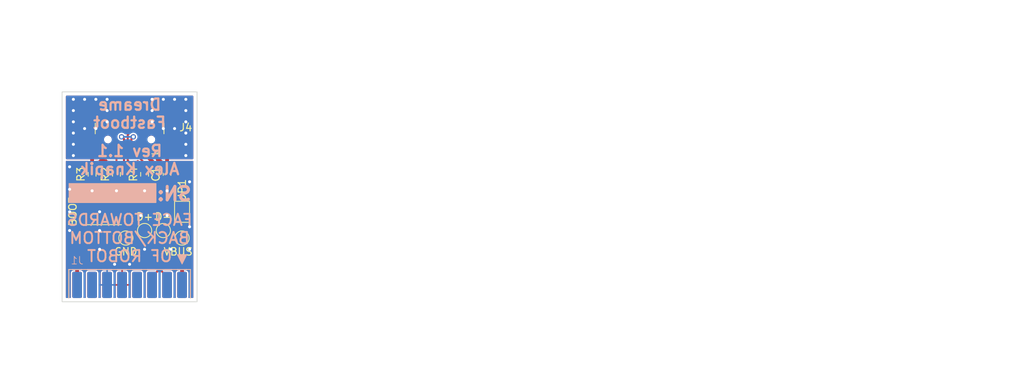
<source format=kicad_pcb>
(kicad_pcb (version 20241229) (generator "pcbnew") (generator_version "9.0")
  (title_block (title "Dreame Breakout Board") (date "2025-12-11") (rev "1.1") (company "Alex Knapik"))
  (layers (0 "F.Cu" signal) (2 "B.Cu" signal) (13 "F.Paste" user) (15 "B.Paste" user) (5 "F.SilkS" user "F.Silkscreen") (7 "B.SilkS" user "B.Silkscreen") (1 "F.Mask" user) (3 "B.Mask" user) (25 "Edge.Cuts" user))
  (net 0 "")
  (net 1 "/Shield")
  (net 2 "VBUS")
  (net 3 "GND")
  (net 4 "/MCU_RX")
  (net 5 "/MCU_SWCLK")
  (net 6 "/MCU_Vref")
  (net 7 "/MCU_NC1")
  (net 8 "/MCU_TX")
  (net 9 "/D+")
  (net 10 "/D-")
  (net 11 "/SoC_USB_OTG_ID")
  (net 12 "/MCU_NC2")
  (net 13 "/MCU_SWDIO")
  (net 14 "Net-(J4-CC1)")
  (net 15 "Net-(J4-CC2)")
  (net 16 "Net-(JP1-A)")
  (net 17 "/SoC_TX")
  (net 18 "/SoC_RX")
  (net 19 "/Boot_SEL")
  (footprint "Resistor_SMD:R_0603_1608Metric_Pad0.98x0.95mm_HandSolder" (layer "F.Cu") (at 147.592857 95.971 -90)
    (property "Reference" "R4" (at 0 1.5 270) (layer "F.SilkS"))
    (property "Value" "5k1")
    (fp_line (start -0.254724 0.5225) (end 0.254724 0.5225) (stroke (width 0.12)) (layer "F.SilkS"))
    (fp_line (start -0.254724 -0.5225) (end 0.254724 -0.5225) (stroke (width 0.12)) (layer "F.SilkS"))
    (pad "1" smd roundrect (at -0.9125 0 270) (size 0.975 0.95) (layers "F.Cu" "F.Mask" "F.Paste") (net 14 "Net-(J4-CC1)"))
    (pad "2" smd roundrect (at 0.9125 0 270) (size 0.975 0.95) (layers "F.Cu" "F.Mask" "F.Paste") (net 3 "GND"))
  )
  (footprint "Capacitor_SMD:C_0603_1608Metric_Pad1.08x0.95mm_HandSolder" (layer "F.Cu") (at 150.592857 95.971 -90)
    (property "Reference" "C1" (at 0 1.5 270) (layer "F.SilkS"))
    (property "Value" "100n")
    (fp_line (start -0.146267 0.51) (end 0.146267 0.51) (stroke (width 0.12)) (layer "F.SilkS"))
    (fp_line (start -0.146267 -0.51) (end 0.146267 -0.51) (stroke (width 0.12)) (layer "F.SilkS"))
    (pad "1" smd roundrect (at -0.8625 0 270) (size 1.075 0.95) (layers "F.Cu" "F.Mask" "F.Paste") (net 1 "/Shield"))
    (pad "2" smd roundrect (at 0.8625 0 270) (size 1.075 0.95) (layers "F.Cu" "F.Mask" "F.Paste") (net 3 "GND"))
  )
  (footprint "TestPoint:TestPoint_Pad_D1.5mm" (layer "F.Cu") (at 145.092857 104.471)
    (property "Reference" "TP4" (hide yes))
    (property "Value" "TestPoint")
    (fp_circle (center 0 0) (end 0 0.95) (stroke (width 0.12)) (fill no) (layer "F.SilkS"))
    (pad "1" smd circle (at 0 0) (size 1.5 1.5) (layers "F.Cu" "F.Mask") (net 3 "GND"))
  )
  (footprint "Jumper:SolderJumper-2_P1.3mm_Open_TrianglePad1.0x1.5mm" (layer "F.Cu") (at 152.592857 100.971 -90)
    (property "Reference" "JP1" (at -3 0 270) (layer "F.SilkS"))
    (property "Value" "Jumper_2_Open")
    (fp_line (start -1.4 1) (end -1.4 -1) (stroke (width 0.12)) (layer "F.SilkS"))
    (fp_line (start 1.4 1) (end -1.4 1) (stroke (width 0.12)) (layer "F.SilkS"))
    (fp_line (start -1.4 -1) (end 1.4 -1) (stroke (width 0.12)) (layer "F.SilkS"))
    (fp_line (start 1.4 -1) (end 1.4 1) (stroke (width 0.12)) (layer "F.SilkS"))
    (pad "1" smd custom (at -0.725 0 270) (size 0.3 0.3) (layers "F.Cu" "F.Mask") (net 16 "Net-(JP1-A)") (options (clearance outline) (anchor rect)) (primitives (gr_poly (pts (xy 1 0) (xy 0.5 0.75) (xy -0.5 0.75) (xy -0.5 -0.75) (xy 0.5 -0.75)) (width 0) (fill yes))))
    (pad "2" smd custom (at 0.725 0 270) (size 0.3 0.3) (layers "F.Cu" "F.Mask") (net 2 "VBUS") (options (clearance outline) (anchor rect)) (primitives (gr_poly (pts (xy 0.5 0.75) (xy -0.65 0.75) (xy -0.15 0) (xy -0.65 -0.75) (xy 0.5 -0.75)) (width 0) (fill yes))))
  )
  (footprint "Fiducial:Fiducial_1mm_Mask2mm" (layer "F.Cu") (at 138.392857 105.471)
    (property "Reference" "FID4" (hide yes))
    (property "Value" "Fiducial")
    (pad "" smd circle (at 0 0) (size 1 1) (layers "F.Cu" "F.Mask") (clearance 0.6))
  )
  (footprint "Resistor_SMD:R_0603_1608Metric_Pad0.98x0.95mm_HandSolder" (layer "F.Cu") (at 140.592857 95.971 -90)
    (property "Reference" "R3" (at 0 1.5 270) (layer "F.SilkS"))
    (property "Value" "100k")
    (fp_line (start -0.254724 0.5225) (end 0.254724 0.5225) (stroke (width 0.12)) (layer "F.SilkS"))
    (fp_line (start -0.254724 -0.5225) (end 0.254724 -0.5225) (stroke (width 0.12)) (layer "F.SilkS"))
    (pad "1" smd roundrect (at -0.9125 0 270) (size 0.975 0.95) (layers "F.Cu" "F.Mask" "F.Paste") (net 1 "/Shield"))
    (pad "2" smd roundrect (at 0.9125 0 270) (size 0.975 0.95) (layers "F.Cu" "F.Mask" "F.Paste") (net 3 "GND"))
  )
  (footprint "Connector_USB:USB_C_Receptacle_GCT_USB4110" (layer "F.Cu") (at 145.592857 88.721 180)
    (property "Reference" "J4" (at -7.5 -1 0) (layer "F.SilkS"))
    (property "Value" "USB_C_Receptacle_USB2.0_14P")
    (fp_line (start 4.58 -0.435) (end 4.58 -1.845) (stroke (width 0.12)) (layer "F.SilkS"))
    (fp_line (start -2.96 -4.515) (end -3.76 -4.515) (stroke (width 0.12)) (layer "F.SilkS"))
    (fp_line (start -3.76 -4.515) (end -3.76 -4.365) (stroke (width 0.12)) (layer "F.SilkS"))
    (fp_line (start -4.58 -0.435) (end -4.58 -1.845) (stroke (width 0.12)) (layer "F.SilkS"))
    (pad "" np_thru_hole circle (at -2.89 -2.605 180) (size 0.65 0.65) (drill 0.65) (layers "*.Cu" "*.Mask"))
    (pad "" np_thru_hole circle (at 2.89 -2.605 180) (size 0.65 0.65) (drill 0.65) (layers "*.Cu" "*.Mask"))
    (pad "A1" smd roundrect (at -3.2 -3.68 180) (size 0.6 1.15) (layers "F.Cu" "F.Mask" "F.Paste") (net 3 "GND"))
    (pad "A4" smd roundrect (at -2.4 -3.68 180) (size 0.6 1.15) (layers "F.Cu" "F.Mask" "F.Paste") (net 16 "Net-(JP1-A)"))
    (pad "A5" smd roundrect (at -1.25 -3.68 180) (size 0.3 1.15) (layers "F.Cu" "F.Mask" "F.Paste") (net 14 "Net-(J4-CC1)"))
    (pad "A6" smd roundrect (at -0.25 -3.68 180) (size 0.3 1.15) (layers "F.Cu" "F.Mask" "F.Paste") (net 9 "/D+"))
    (pad "A7" smd roundrect (at 0.25 -3.68 180) (size 0.3 1.15) (layers "F.Cu" "F.Mask" "F.Paste") (net 10 "/D-"))
    (pad "A8" smd roundrect (at 1.25 -3.68 180) (size 0.3 1.15) (layers "F.Cu" "F.Mask" "F.Paste"))
    (pad "A9" smd roundrect (at 2.4 -3.68 180) (size 0.6 1.15) (layers "F.Cu" "F.Mask" "F.Paste") (net 16 "Net-(JP1-A)"))
    (pad "A12" smd roundrect (at 3.2 -3.68 180) (size 0.6 1.15) (layers "F.Cu" "F.Mask" "F.Paste") (net 3 "GND"))
    (pad "B1" smd roundrect (at 3.2 -3.68 180) (size 0.6 1.15) (layers "F.Cu" "F.Mask" "F.Paste") (net 3 "GND"))
    (pad "B4" smd roundrect (at 2.4 -3.68 180) (size 0.6 1.15) (layers "F.Cu" "F.Mask" "F.Paste") (net 16 "Net-(JP1-A)"))
    (pad "B5" smd roundrect (at 1.75 -3.68 180) (size 0.3 1.15) (layers "F.Cu" "F.Mask" "F.Paste") (net 15 "Net-(J4-CC2)"))
    (pad "B6" smd roundrect (at 0.75 -3.68 180) (size 0.3 1.15) (layers "F.Cu" "F.Mask" "F.Paste") (net 9 "/D+"))
    (pad "B7" smd roundrect (at -0.75 -3.68 180) (size 0.3 1.15) (layers "F.Cu" "F.Mask" "F.Paste") (net 10 "/D-"))
    (pad "B8" smd roundrect (at -1.75 -3.68 180) (size 0.3 1.15) (layers "F.Cu" "F.Mask" "F.Paste"))
    (pad "B9" smd roundrect (at -2.4 -3.68 180) (size 0.6 1.15) (layers "F.Cu" "F.Mask" "F.Paste") (net 16 "Net-(JP1-A)"))
    (pad "B12" smd roundrect (at -3.2 -3.68 180) (size 0.6 1.15) (layers "F.Cu" "F.Mask" "F.Paste") (net 3 "GND"))
    (pad "S1" smd roundrect (at -5.11 -3.105 180) (size 2.18 2) (layers "F.Cu" "F.Mask" "F.Paste") (roundrect_rratio 0.125) (net 1 "/Shield"))
    (pad "S1" smd roundrect (at -5.11 0.825 180) (size 2.18 2) (layers "F.Cu" "F.Mask" "F.Paste") (roundrect_rratio 0.125) (net 1 "/Shield"))
    (pad "S1" smd roundrect (at 5.11 -3.105 180) (size 2.18 2) (layers "F.Cu" "F.Mask" "F.Paste") (roundrect_rratio 0.125) (net 1 "/Shield"))
    (pad "S1" smd roundrect (at 5.11 0.825 180) (size 2.18 2) (layers "F.Cu" "F.Mask" "F.Paste") (roundrect_rratio 0.125) (net 1 "/Shield"))
  )
  (footprint "TestPoint:TestPoint_Pad_D1.5mm" (layer "F.Cu") (at 147.592857 103.471 -90)
    (property "Reference" "TP3" (hide yes))
    (property "Value" "TestPoint")
    (fp_circle (center 0 0) (end 0 0.95) (stroke (width 0.12)) (fill no) (layer "F.SilkS"))
    (pad "1" smd circle (at 0 0 270) (size 1.5 1.5) (layers "F.Cu" "F.Mask") (net 9 "/D+"))
  )
  (footprint "Resistor_SMD:R_0603_1608Metric_Pad0.98x0.95mm_HandSolder" (layer "F.Cu") (at 143.842857 95.971 -90)
    (property "Reference" "R2" (at 0 1.5 270) (layer "F.SilkS"))
    (property "Value" "5k1")
    (fp_line (start -0.254724 0.5225) (end 0.254724 0.5225) (stroke (width 0.12)) (layer "F.SilkS"))
    (fp_line (start -0.254724 -0.5225) (end 0.254724 -0.5225) (stroke (width 0.12)) (layer "F.SilkS"))
    (pad "1" smd roundrect (at -0.9125 0 270) (size 0.975 0.95) (layers "F.Cu" "F.Mask" "F.Paste") (net 15 "Net-(J4-CC2)"))
    (pad "2" smd roundrect (at 0.9125 0 270) (size 0.975 0.95) (layers "F.Cu" "F.Mask" "F.Paste") (net 3 "GND"))
  )
  (footprint "Dreame:SW_Push_SPST_NO_Alps_SKRP" (layer "F.Cu") (at 142.092857 100.971)
    (property "Reference" "SW1" (hide yes))
    (property "Value" "SW_Push")
    (fp_line (start -2.42 -1.72) (end 2.42 -1.72) (stroke (width 0.12)) (layer "F.SilkS"))
    (fp_line (start -2.42 1.72) (end 2.42 1.72) (stroke (width 0.12)) (layer "F.SilkS"))
    (fp_circle (center -2.8 -2) (end -2.6 -2) (stroke (width 0.1)) (fill yes) (layer "F.SilkS"))
    (pad "1" smd roundrect (at -2.075 -1.075) (size 1.2 0.8) (layers "F.Cu" "F.Mask" "F.Paste") (roundrect_rratio 0.15) (net 3 "GND"))
    (pad "1" smd roundrect (at 2.075 -1.075) (size 1.2 0.8) (layers "F.Cu" "F.Mask" "F.Paste") (roundrect_rratio 0.15) (net 3 "GND"))
    (pad "2" smd roundrect (at -2.075 1.075) (size 1.2 0.8) (layers "F.Cu" "F.Mask" "F.Paste") (roundrect_rratio 0.15) (net 19 "/Boot_SEL"))
    (pad "2" smd roundrect (at 2.075 1.075) (size 1.2 0.8) (layers "F.Cu" "F.Mask" "F.Paste") (roundrect_rratio 0.15) (net 19 "/Boot_SEL"))
  )
  (footprint "TestPoint:TestPoint_Pad_D1.5mm" (layer "F.Cu") (at 150.092857 103.471 -90)
    (property "Reference" "TP1" (hide yes))
    (property "Value" "TestPoint")
    (fp_circle (center 0 0) (end 0 0.95) (stroke (width 0.12)) (fill no) (layer "F.SilkS"))
    (pad "1" smd circle (at 0 0 270) (size 1.5 1.5) (layers "F.Cu" "F.Mask") (net 10 "/D-"))
  )
  (footprint "Fiducial:Fiducial_1mm_Mask2mm" (layer "F.Cu") (at 152.792857 95.471)
    (property "Reference" "FID3" (hide yes))
    (property "Value" "Fiducial")
    (pad "" smd circle (at 0 0) (size 1 1) (layers "F.Cu" "F.Mask") (clearance 0.6))
  )
  (footprint "TestPoint:TestPoint_Pad_D1.5mm" (layer "F.Cu") (at 152.592857 104.471)
    (property "Reference" "TP2" (hide yes))
    (property "Value" "TestPoint")
    (fp_circle (center 0 0) (end 0 0.95) (stroke (width 0.12)) (fill no) (layer "F.SilkS"))
    (pad "1" smd circle (at 0 0) (size 1.5 1.5) (layers "F.Cu" "F.Mask") (net 2 "VBUS"))
  )
  (footprint "Dreame:Connector 02x08 2.00mm Edge Mount" (layer "B.Cu") (at 145.592857 113.971 180)
    (property "Reference" "J1" (at 7 6.5 0) (layer "B.SilkS") (effects (font (thickness 0.1)) (justify mirror)))
    (property "Value" "Conn_02x08_Counter_Clockwise")
    (fp_line (start 8.11 5.31) (end -8.11 5.31) (stroke (width 0.12)) (layer "F.SilkS"))
    (fp_line (start 8.11 1.5) (end 8.11 5.31) (stroke (width 0.12)) (layer "F.SilkS"))
    (fp_line (start -8.11 5.31) (end -8.11 1.5) (stroke (width 0.12)) (layer "F.SilkS"))
    (fp_line (start 8.11 5.31) (end 8.11 1.5) (stroke (width 0.12)) (layer "B.SilkS"))
    (fp_line (start -8.11 5.31) (end 8.11 5.31) (stroke (width 0.12)) (layer "B.SilkS"))
    (fp_line (start -8.11 1.5) (end -8.11 5.31) (stroke (width 0.12)) (layer "B.SilkS"))
    (fp_poly (pts (xy -7.635 7.300434) (xy -7 6.030434) (xy -6.365 7.300434)) (stroke (width 0.1)) (fill yes) (layer "B.SilkS"))
    (pad "1" smd roundrect (at -7 3.25 180) (size 1.3 3.5) (layers "B.Cu" "B.Mask") (roundrect_rratio 0.15) (net 6 "/MCU_Vref"))
    (pad "2" smd roundrect (at -5 3.25 180) (size 1.3 3.5) (layers "B.Cu" "B.Mask") (roundrect_rratio 0.15) (net 4 "/MCU_RX"))
    (pad "3" smd roundrect (at -3 3.25 180) (size 1.3 3.5) (layers "B.Cu" "B.Mask") (roundrect_rratio 0.15) (net 8 "/MCU_TX"))
    (pad "4" smd roundrect (at -1 3.25 180) (size 1.3 3.5) (layers "B.Cu" "B.Mask") (roundrect_rratio 0.15) (net 5 "/MCU_SWCLK"))
    (pad "5" smd roundrect (at 1 3.25 180) (size 1.3 3.5) (layers "B.Cu" "B.Mask") (roundrect_rratio 0.15) (net 13 "/MCU_SWDIO"))
    (pad "6" smd roundrect (at 3 3.25 180) (size 1.3 3.5) (layers "B.Cu" "B.Mask") (roundrect_rratio 0.15) (net 3 "GND"))
    (pad "7" smd roundrect (at 5 3.25 180) (size 1.3 3.5) (layers "B.Cu" "B.Mask") (roundrect_rratio 0.15) (net 7 "/MCU_NC1"))
    (pad "8" smd roundrect (at 7 3.25 180) (size 1.3 3.5) (layers "B.Cu" "B.Mask") (roundrect_rratio 0.15) (net 12 "/MCU_NC2"))
    (pad "9" smd roundrect (at 7 3.25 180) (size 1.3 3.5) (layers "F.Cu" "F.Mask") (roundrect_rratio 0.15) (net 19 "/Boot_SEL"))
    (pad "10" smd roundrect (at 5 3.25 180) (size 1.3 3.5) (layers "F.Cu" "F.Mask") (roundrect_rratio 0.15) (net 18 "/SoC_RX"))
    (pad "11" smd roundrect (at 3 3.25 180) (size 1.3 3.5) (layers "F.Cu" "F.Mask") (roundrect_rratio 0.15) (net 17 "/SoC_TX"))
    (pad "12" smd roundrect (at 1 3.25 180) (size 1.3 3.5) (layers "F.Cu" "F.Mask") (roundrect_rratio 0.15) (net 3 "GND"))
    (pad "13" smd roundrect (at -1 3.25 180) (size 1.3 3.5) (layers "F.Cu" "F.Mask") (roundrect_rratio 0.15) (net 11 "/SoC_USB_OTG_ID"))
    (pad "14" smd roundrect (at -3 3.25 180) (size 1.3 3.5) (layers "F.Cu" "F.Mask") (roundrect_rratio 0.15) (net 9 "/D+"))
    (pad "15" smd roundrect (at -5 3.25 180) (size 1.3 3.5) (layers "F.Cu" "F.Mask") (roundrect_rratio 0.15) (net 10 "/D-"))
    (pad "16" smd roundrect (at -7 3.25 180) (size 1.3 3.5) (layers "F.Cu" "F.Mask") (roundrect_rratio 0.15) (net 2 "VBUS"))
  )
  (gr_rect (start 137.542857 97.221) (end 149.092857 99.721) (stroke (width 0.15)) (fill yes) (layer "B.SilkS"))
  (gr_rect (start 136.592857 84.971) (end 154.592857 112.971) (stroke (width 0.1)) (fill no) (layer "Edge.Cuts"))
  (gr_text "D-" (at 150.092857 102.221 0) (layer "F.SilkS") (effects (font (size 1 1)) (justify bottom)))
  (gr_text "VBUS" (at 154.092857 106.871 0) (layer "F.SilkS") (effects (font (size 1 1)) (justify right bottom)))
  (gr_text "D+" (at 147.592857 102.221 0) (layer "F.SilkS") (effects (font (size 1 1)) (justify bottom)))
  (gr_text "BOOT" (at 138.592857 100.971 90) (layer "F.SilkS") (effects (font (size 1 1)) (justify bottom)))
  (gr_text "GND" (at 145.092857 106.871 0) (layer "F.SilkS") (effects (font (size 1 1)) (justify bottom)))
  (gr_text "FACE TOWARDS\nBACK/BOTTOM\nOF ROBOT" (at 145.592857 104.471 0) (layer "B.SilkS") (effects (font (size 1.5 1.5) (thickness 0.25) (bold yes)) (justify mirror)))
  (gr_text "Dreame\nFastboot" (at 145.592857 89.971 0) (layer "B.SilkS") (effects (font (size 1.5 1.5) (thickness 0.3) (bold yes)) (justify bottom mirror)))
  (gr_text "SN:" (at 154.042857 99.621 0) (layer "B.SilkS") (effects (font (size 1.8 1.8) (thickness 0.4) (bold yes)) (justify left bottom mirror)))
  (gr_text "Rev ${REVISION}\n${COMPANY}\n" (at 145.592857 94.071 0) (layer "B.SilkS") (effects (font (size 1.5 1.5) (thickness 0.3) (bold yes)) (justify mirror)))
  (segment (start 150.592857 95.1085) (end 150.592857 91.936) (width 0.5) (layer "F.Cu") (net 1))
  (segment (start 140.592857 95.0585) (end 140.592857 91.936) (width 0.5) (layer "F.Cu") (net 1))
  (via (at 148.592857 88.971) (size 0.7) (drill 0.4) (layers "F.Cu" "B.Cu") (net 1))
  (via (at 150.092857 89.871) (size 0.7) (drill 0.4) (layers "F.Cu" "B.Cu") (net 1))
  (via (at 153.092857 91.971) (size 0.7) (drill 0.4) (layers "F.Cu" "B.Cu") (net 1))
  (via (at 139.592857 89.871) (size 0.7) (drill 0.4) (layers "F.Cu" "B.Cu") (net 1))
  (via (at 141.092857 89.871) (size 0.7) (drill 0.4) (layers "F.Cu" "B.Cu") (net 1))
  (via (at 153.092857 87.471) (size 0.7) (drill 0.4) (layers "F.Cu" "B.Cu") (net 1))
  (via (at 148.592857 85.971) (size 0.7) (drill 0.4) (layers "F.Cu" "B.Cu") (net 1))
  (via (at 138.092857 85.971) (size 0.7) (drill 0.4) (layers "F.Cu" "B.Cu") (net 1))
  (via (at 153.092857 93.471) (size 0.7) (drill 0.4) (layers "F.Cu" "B.Cu") (net 1))
  (via (at 150.092857 85.971) (size 0.7) (drill 0.4) (layers "F.Cu" "B.Cu") (net 1))
  (via (at 141.092857 85.971) (size 0.7) (drill 0.4) (layers "F.Cu" "B.Cu") (net 1))
  (via (at 153.092857 85.971) (size 0.7) (drill 0.4) (layers "F.Cu" "B.Cu") (net 1))
  (via (at 142.592857 87.471) (size 0.7) (drill 0.4) (layers "F.Cu" "B.Cu") (net 1))
  (via (at 151.592857 85.971) (size 0.7) (drill 0.4) (layers "F.Cu" "B.Cu") (net 1))
  (via (at 138.092857 87.471) (size 0.7) (drill 0.4) (layers "F.Cu" "B.Cu") (net 1))
  (via (at 142.592857 88.971) (size 0.7) (drill 0.4) (layers "F.Cu" "B.Cu") (net 1))
  (via (at 138.092857 91.971) (size 0.7) (drill 0.4) (layers "F.Cu" "B.Cu") (net 1))
  (via (at 153.092857 88.971) (size 0.7) (drill 0.4) (layers "F.Cu" "B.Cu") (net 1))
  (via (at 153.092857 90.471) (size 0.7) (drill 0.4) (layers "F.Cu" "B.Cu") (net 1))
  (via (at 138.092857 90.471) (size 0.7) (drill 0.4) (layers "F.Cu" "B.Cu") (net 1))
  (via (at 148.592857 87.471) (size 0.7) (drill 0.4) (layers "F.Cu" "B.Cu") (net 1))
  (via (at 151.592857 89.871) (size 0.7) (drill 0.4) (layers "F.Cu" "B.Cu") (net 1))
  (via (at 138.092857 93.471) (size 0.7) (drill 0.4) (layers "F.Cu" "B.Cu") (net 1))
  (via (at 138.092857 88.971) (size 0.7) (drill 0.4) (layers "F.Cu" "B.Cu") (net 1))
  (via (at 139.592857 85.971) (size 0.7) (drill 0.4) (layers "F.Cu" "B.Cu") (net 1))
  (via (at 142.592857 85.971) (size 0.7) (drill 0.4) (layers "F.Cu" "B.Cu") (net 1))
  (segment (start 152.592857 109.971) (end 152.592857 101.701903) (width 0.5) (layer "F.Cu") (net 2))
  (segment (start 148.792857 93.296) (end 149.592857 94.096) (width 0.5) (layer "F.Cu") (net 3))
  (segment (start 149.592857 94.096) (end 149.592857 96.721) (width 0.5) (layer "F.Cu") (net 3))
  (segment (start 148.792857 92.401) (end 148.792857 93.296) (width 0.5) (layer "F.Cu") (net 3))
  (segment (start 141.842857 94.021) (end 141.842857 96.421) (width 0.5) (layer "F.Cu") (net 3))
  (segment (start 142.392857 92.401) (end 142.392857 93.471) (width 0.5) (layer "F.Cu") (net 3))
  (segment (start 142.392857 93.471) (end 141.842857 94.021) (width 0.5) (layer "F.Cu") (net 3))
  (via (at 137.592857 94.971) (size 0.7) (drill 0.4) (layers "F.Cu" "B.Cu") (net 3))
  (via (at 147.592857 105.971) (size 0.7) (drill 0.4) (layers "F.Cu" "B.Cu") (net 3))
  (via (at 143.592857 107.971) (size 0.7) (drill 0.4) (layers "F.Cu" "B.Cu") (net 3))
  (via (at 143.842857 98.171) (size 0.7) (drill 0.4) (layers "F.Cu" "B.Cu") (net 3))
  (via (at 150.592857 101.471) (size 0.7) (drill 0.4) (layers "F.Cu" "B.Cu") (net 3))
  (via (at 140.592857 98.171) (size 0.7) (drill 0.4) (layers "F.Cu" "B.Cu") (net 3))
  (via (at 153.592857 105.971) (size 0.7) (drill 0.4) (layers "F.Cu" "B.Cu") (net 3))
  (via (at 147.592857 98.171) (size 0.7) (drill 0.4) (layers "F.Cu" "B.Cu") (net 3))
  (via (at 147.092857 101.471) (size 0.7) (drill 0.4) (layers "F.Cu" "B.Cu") (net 3))
  (via (at 137.592857 97.971) (size 0.7) (drill 0.4) (layers "F.Cu" "B.Cu") (net 3))
  (via (at 151.092857 105.971) (size 0.7) (drill 0.4) (layers "F.Cu" "B.Cu") (net 3))
  (via (at 141.592857 103.471) (size 0.7) (drill 0.4) (layers "F.Cu" "B.Cu") (net 3))
  (via (at 141.592857 105.971) (size 0.7) (drill 0.4) (layers "F.Cu" "B.Cu") (net 3))
  (via (at 137.592857 100.971) (size 0.7) (drill 0.4) (layers "F.Cu" "B.Cu") (net 3))
  (via (at 145.592857 107.971) (size 0.7) (drill 0.4) (layers "F.Cu" "B.Cu") (net 3))
  (via (at 153.592857 96.971) (size 0.7) (drill 0.4) (layers "F.Cu" "B.Cu") (net 3))
  (via (at 137.592857 103.471) (size 0.7) (drill 0.4) (layers "F.Cu" "B.Cu") (net 3))
  (via (at 150.592857 98.171) (size 0.7) (drill 0.4) (layers "F.Cu" "B.Cu") (net 3))
  (via (at 153.592857 102.971) (size 0.7) (drill 0.4) (layers "F.Cu" "B.Cu") (net 3))
  (via (at 141.592857 100.971) (size 0.7) (drill 0.4) (layers "F.Cu" "B.Cu") (net 3))
  (segment (start 145.842857 91.221) (end 145.842857 92.401) (width 0.25) (layer "F.Cu") (net 9))
  (segment (start 144.842857 91.2585) (end 144.842857 92.401) (width 0.25) (layer "F.Cu") (net 9))
  (segment (start 147.592857 103.471) (end 148.592857 102.471) (width 0.25) (layer "F.Cu") (net 9))
  (segment (start 145.592857 98.324554) (end 145.592857 95.074554) (width 0.25) (layer "F.Cu") (net 9))
  (segment (start 148.592857 104.471) (end 148.592857 105.824554) (width 0.25) (layer "F.Cu") (net 9))
  (segment (start 144.842857 94.324554) (end 144.842857 92.401) (width 0.25) (layer "F.Cu") (net 9))
  (segment (start 145.592857 95.074554) (end 144.842857 94.324554) (width 0.25) (layer "F.Cu") (net 9))
  (segment (start 147.592857 103.471) (end 148.592857 104.471) (width 0.25) (layer "F.Cu") (net 9))
  (segment (start 149.342857 108.871) (end 148.592857 109.621) (width 0.25) (layer "F.Cu") (net 9))
  (segment (start 149.342857 106.574554) (end 149.342857 108.871) (width 0.25) (layer "F.Cu") (net 9))
  (segment (start 148.592857 105.824554) (end 149.342857 106.574554) (width 0.25) (layer "F.Cu") (net 9))
  (segment (start 146.092857 90.971) (end 145.842857 91.221) (width 0.25) (layer "F.Cu") (net 9))
  (segment (start 144.555357 90.971) (end 144.842857 91.2585) (width 0.25) (layer "F.Cu") (net 9))
  (segment (start 148.592857 102.471) (end 148.592857 101.324554) (width 0.25) (layer "F.Cu") (net 9))
  (segment (start 144.517857 90.971) (end 144.555357 90.971) (width 0.25) (layer "F.Cu") (net 9))
  (segment (start 148.592857 101.324554) (end 145.592857 98.324554) (width 0.25) (layer "F.Cu") (net 9))
  (via (at 146.092857 90.971) (size 0.7) (drill 0.4) (layers "F.Cu" "B.Cu") (net 9))
  (via (at 144.517857 90.971) (size 0.7) (drill 0.4) (layers "F.Cu" "B.Cu") (net 9))
  (segment (start 144.517857 90.971) (end 146.092857 90.971) (width 0.25) (layer "B.Cu") (net 9))
  (segment (start 147.988118 100.012708) (end 148.072972 100.097561) (width 0.25) (layer "F.Cu") (net 10))
  (segment (start 147.563856 99.249034) (end 147.777409 99.035478) (width 0.25) (layer "F.Cu") (net 10))
  (segment (start 150.092857 103.471) (end 149.092857 104.471) (width 0.25) (layer "F.Cu") (net 10))
  (segment (start 146.092857 94.867446) (end 146.092857 98.117446) (width 0.25) (layer "F.Cu") (net 10))
  (segment (start 148.965312 99.884043) (end 149.050164 99.968895) (width 0.25) (layer "F.Cu") (net 10))
  (segment (start 145.342857 92.401) (end 145.342857 94.117446) (width 0.25) (layer "F.Cu") (net 10))
  (segment (start 149.842857 108.871) (end 150.592857 109.621) (width 0.25) (layer "F.Cu") (net 10))
  (segment (start 149.092857 102.471) (end 150.092857 103.471) (width 0.25) (layer "F.Cu") (net 10))
  (segment (start 145.342857 94.117446) (end 146.092857 94.867446) (width 0.25) (layer "F.Cu") (net 10))
  (segment (start 146.842857 91.177009) (end 146.342857 91.677009) (width 0.25) (layer "F.Cu") (net 10))
  (segment (start 146.342857 90.221) (end 146.842857 90.721) (width 0.25) (layer "F.Cu") (net 10))
  (segment (start 145.342857 90.721) (end 145.842857 90.221) (width 0.25) (layer "F.Cu") (net 10))
  (segment (start 149.092857 105.617446) (end 149.842857 106.367446) (width 0.25) (layer "F.Cu") (net 10))
  (segment (start 148.836647 100.861237) (end 149.092857 101.117446) (width 0.25) (layer "F.Cu") (net 10))
  (segment (start 149.050164 100.308307) (end 148.836647 100.521825) (width 0.25) (layer "F.Cu") (net 10))
  (segment (start 146.342857 91.677009) (end 146.342857 92.401) (width 0.25) (layer "F.Cu") (net 10))
  (segment (start 146.092857 98.117446) (end 147.224444 99.249033) (width 0.25) (layer "F.Cu") (net 10))
  (segment (start 148.412384 100.097562) (end 148.6259 99.884043) (width 0.25) (layer "F.Cu") (net 10))
  (segment (start 145.342857 92.401) (end 145.342857 90.721) (width 0.25) (layer "F.Cu") (net 10))
  (segment (start 149.842857 106.367446) (end 149.842857 108.871) (width 0.25) (layer "F.Cu") (net 10))
  (segment (start 149.092857 104.471) (end 149.092857 105.617446) (width 0.25) (layer "F.Cu") (net 10))
  (segment (start 149.092857 101.117446) (end 149.092857 102.471) (width 0.25) (layer "F.Cu") (net 10))
  (segment (start 148.116821 99.035479) (end 148.201673 99.120331) (width 0.25) (layer "F.Cu") (net 10))
  (segment (start 148.201673 99.459743) (end 147.988117 99.673296) (width 0.25) (layer "F.Cu") (net 10))
  (segment (start 145.842857 90.221) (end 146.342857 90.221) (width 0.25) (layer "F.Cu") (net 10))
  (segment (start 146.842857 90.721) (end 146.842857 91.177009) (width 0.25) (layer "F.Cu") (net 10))
  (arc (start 147.224444 99.249033) (mid 147.39415 99.319327) (end 147.563856 99.249034) (width 0.25) (layer "F.Cu") (net 10))
  (arc (start 148.201673 99.120331) (mid 148.271967 99.290036) (end 148.201673 99.459743) (width 0.25) (layer "F.Cu") (net 10))
  (arc (start 148.072972 100.097561) (mid 148.242678 100.167855) (end 148.412384 100.097562) (width 0.25) (layer "F.Cu") (net 10))
  (arc (start 149.050164 99.968895) (mid 149.12046 100.138602) (end 149.050164 100.308307) (width 0.25) (layer "F.Cu") (net 10))
  (arc (start 147.988117 99.673296) (mid 147.917824 99.843002) (end 147.988118 100.012708) (width 0.25) (layer "F.Cu") (net 10))
  (arc (start 147.777409 99.035478) (mid 147.947115 98.965185) (end 148.116821 99.035479) (width 0.25) (layer "F.Cu") (net 10))
  (arc (start 148.6259 99.884043) (mid 148.795607 99.813749) (end 148.965312 99.884043) (width 0.25) (layer "F.Cu") (net 10))
  (arc (start 148.836647 100.521825) (mid 148.766351 100.69153) (end 148.836647 100.861237) (width 0.25) (layer "F.Cu") (net 10))
  (segment (start 146.842857 93.721) (end 146.842857 92.401) (width 0.25) (layer "F.Cu") (net 14))
  (segment (start 147.592857 94.471) (end 146.842857 93.721) (width 0.25) (layer "F.Cu") (net 14))
  (segment (start 147.592857 95.0585) (end 147.592857 94.471) (width 0.25) (layer "F.Cu") (net 14))
  (segment (start 143.842857 92.366) (end 143.842857 95.0585) (width 0.25) (layer "F.Cu") (net 15))
  (segment (start 148.842857 97.553786) (end 151.535071 100.246) (width 0.5) (layer "F.Cu") (net 16))
  (segment (start 143.366857 91.732822) (end 143.366857 92.227) (width 0.25) (layer "F.Cu") (net 16))
  (segment (start 147.092857 89.721) (end 144.342857 89.721) (width 0.25) (layer "F.Cu") (net 16))
  (segment (start 147.818857 91.732822) (end 147.592857 91.506822) (width 0.25) (layer "F.Cu") (net 16))
  (segment (start 148.842857 97.553786) (end 148.842857 94.471) (width 0.5) (layer "F.Cu") (net 16))
  (segment (start 143.842857 90.221) (end 143.842857 91.256822) (width 0.25) (layer "F.Cu") (net 16))
  (segment (start 147.992857 92.401) (end 147.992857 93.621) (width 0.5) (layer "F.Cu") (net 16))
  (segment (start 147.992857 93.621) (end 148.842857 94.471) (width 0.5) (layer "F.Cu") (net 16))
  (segment (start 144.342857 89.721) (end 143.842857 90.221) (width 0.25) (layer "F.Cu") (net 16))
  (segment (start 147.818857 92.227) (end 147.818857 91.732822) (width 0.25) (layer "F.Cu") (net 16))
  (segment (start 152.592857 100.246) (end 151.535071 100.246) (width 0.5) (layer "F.Cu") (net 16))
  (segment (start 143.842857 91.256822) (end 143.366857 91.732822) (width 0.25) (layer "F.Cu") (net 16))
  (segment (start 147.592857 90.221) (end 147.092857 89.721) (width 0.25) (layer "F.Cu") (net 16))
  (segment (start 147.592857 91.506822) (end 147.592857 90.221) (width 0.25) (layer "F.Cu") (net 16))
  (segment (start 140.017857 106.546) (end 139.592857 106.971) (width 0.5) (layer "F.Cu") (net 19))
  (segment (start 140.017857 102.046) (end 144.167857 102.046) (width 0.5) (layer "F.Cu") (net 19))
  (segment (start 138.592857 107.221) (end 138.592857 109.971) (width 0.5) (layer "F.Cu") (net 19))
  (segment (start 139.592857 106.971) (end 138.842857 106.971) (width 0.5) (layer "F.Cu") (net 19))
  (segment (start 140.017857 106.546) (end 140.017857 102.046) (width 0.5) (layer "F.Cu") (net 19))
  (segment (start 138.842857 106.971) (end 138.592857 107.221) (width 0.5) (layer "F.Cu") (net 19))
  (zone (net 3) (net_name "GND") (layers "F.Cu" "B.Cu") (connect_pads (clearance 0.1524)) (min_thickness 0.1524) (fill yes (thermal_gap 0.2032) (thermal_bridge_width 0.2032))
    (polygon (pts (xy 136.592857 93.971) (xy 140.592857 93.971) (xy 141.592857 93.971) (xy 154.592857 93.971) (xy 154.592857 112.971) (xy 136.592857 112.971)))
  )
  (zone (net 1) (net_name "/Shield") (layers "F.Cu" "B.Cu") (priority 1) (connect_pads (clearance 0.1524)) (min_thickness 0.25) (fill yes (thermal_gap 0.5) (thermal_bridge_width 0.5))
    (polygon (pts (xy 154.592857 93.971) (xy 154.592857 84.971) (xy 136.592857 84.971) (xy 136.592857 93.971)))
  )
)
</source>
